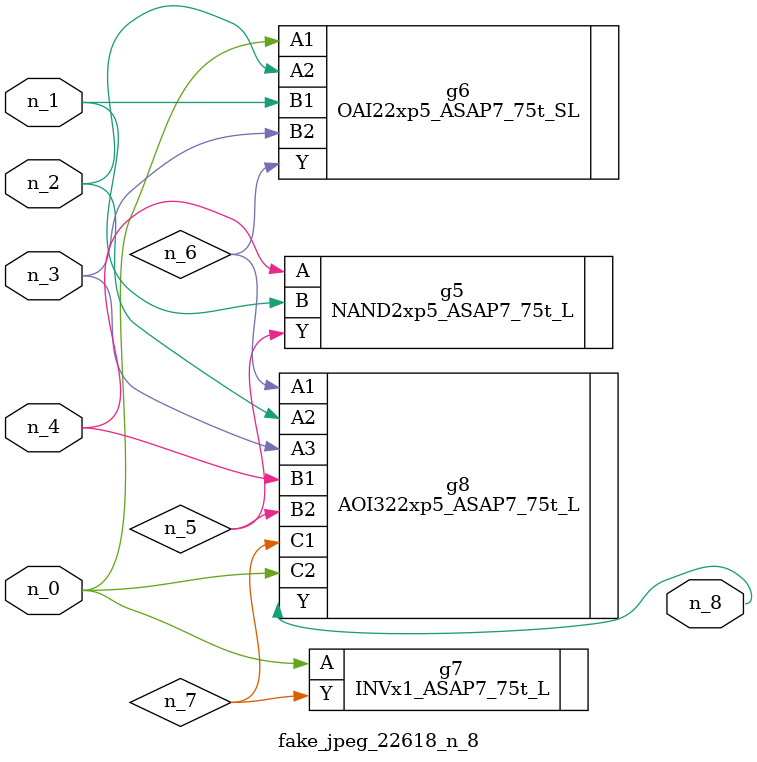
<source format=v>
module fake_jpeg_22618_n_8 (n_3, n_2, n_1, n_0, n_4, n_8);

input n_3;
input n_2;
input n_1;
input n_0;
input n_4;

output n_8;

wire n_6;
wire n_5;
wire n_7;

NAND2xp5_ASAP7_75t_L g5 ( 
.A(n_4),
.B(n_1),
.Y(n_5)
);

OAI22xp5_ASAP7_75t_SL g6 ( 
.A1(n_0),
.A2(n_2),
.B1(n_1),
.B2(n_3),
.Y(n_6)
);

INVx1_ASAP7_75t_L g7 ( 
.A(n_0),
.Y(n_7)
);

AOI322xp5_ASAP7_75t_L g8 ( 
.A1(n_6),
.A2(n_2),
.A3(n_3),
.B1(n_4),
.B2(n_5),
.C1(n_7),
.C2(n_0),
.Y(n_8)
);


endmodule
</source>
